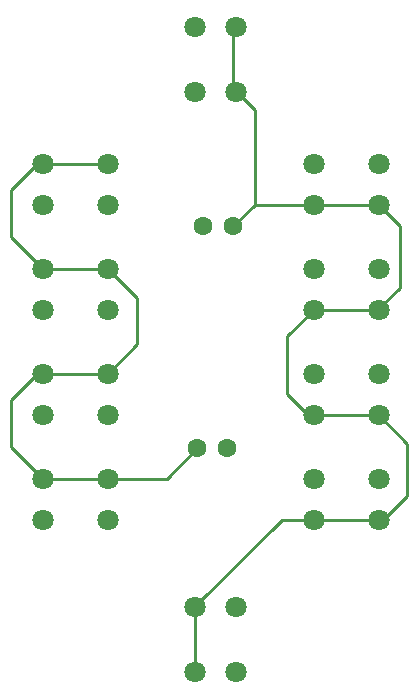
<source format=gbr>
G04 #@! TF.GenerationSoftware,KiCad,Pcbnew,(5.1.2-1)-1*
G04 #@! TF.CreationDate,2019-10-04T07:05:19-04:00*
G04 #@! TF.ProjectId,CANtina,43414e74-696e-4612-9e6b-696361645f70,rev?*
G04 #@! TF.SameCoordinates,Original*
G04 #@! TF.FileFunction,Copper,L1,Top*
G04 #@! TF.FilePolarity,Positive*
%FSLAX46Y46*%
G04 Gerber Fmt 4.6, Leading zero omitted, Abs format (unit mm)*
G04 Created by KiCad (PCBNEW (5.1.2-1)-1) date 2019-10-04 07:05:19*
%MOMM*%
%LPD*%
G04 APERTURE LIST*
%ADD10C,1.600000*%
%ADD11C,1.800000*%
%ADD12C,0.250000*%
G04 APERTURE END LIST*
D10*
X149352000Y-111252000D03*
X151892000Y-111252000D03*
X152400000Y-92456000D03*
X149860000Y-92456000D03*
D11*
X141780000Y-96040000D03*
X136280000Y-96040000D03*
X141780000Y-99540000D03*
X136280000Y-99540000D03*
X141780000Y-104930000D03*
X136280000Y-104930000D03*
X141780000Y-108430000D03*
X136280000Y-108430000D03*
X141780000Y-87150000D03*
X136280000Y-87150000D03*
X141780000Y-90650000D03*
X136280000Y-90650000D03*
X159210000Y-117320000D03*
X164710000Y-117320000D03*
X159210000Y-113820000D03*
X164710000Y-113820000D03*
X141780000Y-113820000D03*
X136280000Y-113820000D03*
X141780000Y-117320000D03*
X136280000Y-117320000D03*
X159210000Y-99540000D03*
X164710000Y-99540000D03*
X159210000Y-96040000D03*
X164710000Y-96040000D03*
X159210000Y-108430000D03*
X164710000Y-108430000D03*
X159210000Y-104930000D03*
X164710000Y-104930000D03*
X159210000Y-90650000D03*
X164710000Y-90650000D03*
X159210000Y-87150000D03*
X164710000Y-87150000D03*
X149126000Y-124666000D03*
X149126000Y-130166000D03*
X152626000Y-124666000D03*
X152626000Y-130166000D03*
X152626000Y-81074000D03*
X152626000Y-75574000D03*
X149126000Y-81074000D03*
X149126000Y-75574000D03*
D12*
X141780000Y-87150000D02*
X136426000Y-87150000D01*
X136426000Y-87150000D02*
X136144000Y-86868000D01*
X136280000Y-96040000D02*
X141704000Y-96040000D01*
X141704000Y-96040000D02*
X141732000Y-96012000D01*
X141780000Y-104930000D02*
X136370000Y-104930000D01*
X136370000Y-104930000D02*
X136144000Y-105156000D01*
X136280000Y-113820000D02*
X141704000Y-113820000D01*
X141704000Y-113820000D02*
X141732000Y-113792000D01*
X164710000Y-117320000D02*
X159032000Y-117320000D01*
X159032000Y-117320000D02*
X159004000Y-117348000D01*
X149126000Y-130166000D02*
X149126000Y-124686000D01*
X149126000Y-124686000D02*
X149352000Y-124460000D01*
X164710000Y-108430000D02*
X159286000Y-108430000D01*
X159286000Y-108430000D02*
X159004000Y-108712000D01*
X160482792Y-99540000D02*
X160510792Y-99568000D01*
X159210000Y-99540000D02*
X160482792Y-99540000D01*
X160510792Y-99568000D02*
X164592000Y-99568000D01*
X164710000Y-90650000D02*
X159230000Y-90650000D01*
X159230000Y-90650000D02*
X159004000Y-90424000D01*
X159210000Y-90650000D02*
X154206000Y-90650000D01*
X154206000Y-90650000D02*
X152400000Y-92456000D01*
X164710000Y-90650000D02*
X166516000Y-92456000D01*
X166516000Y-92456000D02*
X166516000Y-97644000D01*
X166516000Y-97644000D02*
X164592000Y-99568000D01*
X159210000Y-99540000D02*
X156972000Y-101778000D01*
X156972000Y-101778000D02*
X156972000Y-106680000D01*
X156972000Y-106680000D02*
X159004000Y-108712000D01*
X164710000Y-108430000D02*
X167132000Y-110852000D01*
X167132000Y-110852000D02*
X167132000Y-115316000D01*
X167132000Y-115316000D02*
X165100000Y-117348000D01*
X159210000Y-117320000D02*
X156492000Y-117320000D01*
X156492000Y-117320000D02*
X149352000Y-124460000D01*
X141780000Y-113820000D02*
X146784000Y-113820000D01*
X146784000Y-113820000D02*
X149352000Y-111252000D01*
X136280000Y-113820000D02*
X133604000Y-111144000D01*
X133604000Y-111144000D02*
X133604000Y-107188000D01*
X133604000Y-107188000D02*
X136144000Y-104648000D01*
X141780000Y-104930000D02*
X144272000Y-102438000D01*
X144272000Y-102438000D02*
X144272000Y-98552000D01*
X144272000Y-98552000D02*
X141732000Y-96012000D01*
X136280000Y-96040000D02*
X133604000Y-93364000D01*
X133604000Y-93364000D02*
X133604000Y-89916000D01*
X133604000Y-89916000D02*
X133604000Y-89408000D01*
X133604000Y-89408000D02*
X136144000Y-86868000D01*
X154206000Y-90650000D02*
X154206000Y-82578000D01*
X154206000Y-82578000D02*
X152908000Y-81280000D01*
X152908000Y-81280000D02*
X152400000Y-80772000D01*
X152400000Y-80772000D02*
X152400000Y-75184000D01*
M02*

</source>
